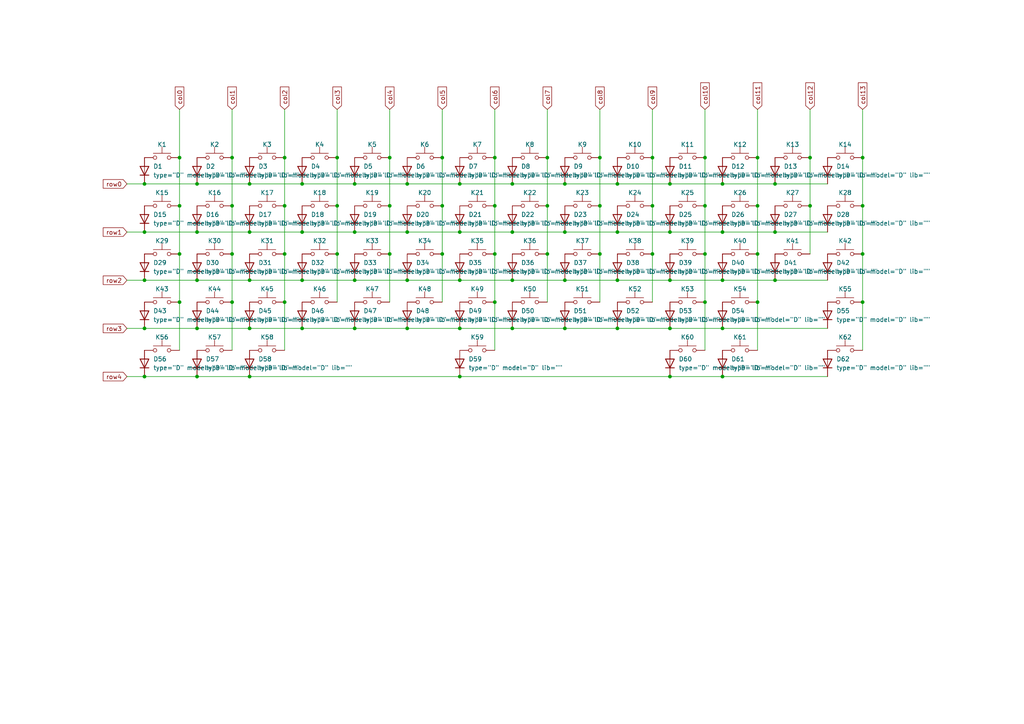
<source format=kicad_sch>
(kicad_sch (version 20211123) (generator eeschema)
  (paper "A4")
  (lib_symbols
    (symbol "Simulation_SPICE:DIODE" (pin_numbers hide) (pin_names (offset 1.016) hide)
      (property "Reference" "D" (at 0 2.54 0))
      (property "Value" "DIODE" (at 0 -2.54 0))
      (symbol "DIODE_0_1"
        (polyline (pts (xy 1.27 0) (xy -1.27 0)))
        (polyline (pts (xy 1.27 1.27) (xy 1.27 -1.27)) (stroke (width 0.254)))
        (polyline (pts (xy -1.27 -1.27) (xy -1.27 1.27) (xy 1.27 0) (xy -1.27 -1.27)) (stroke (width 0.254)))
      )
      (symbol "DIODE_1_1"
        (pin passive line (at -3.81 0 0) (length 2.54) (name "A") (number "1"))
        (pin passive line (at 3.81 0 180) (length 2.54) (name "K") (number "2"))
      )
    )
    (symbol "Switch:SW_Push" (pin_numbers hide) (pin_names (offset 1.016) hide)
      (property "Reference" "SW" (at 1.27 2.54 0))
      (property "Value" "SW_Push" (at 0 -1.524 0))
      (symbol "SW_Push_0_1"
        (circle (center -2.032 0) (radius 0.508))
        (polyline (pts (xy 0 1.27) (xy 0 3.048)))
        (polyline (pts (xy 2.54 1.27) (xy -2.54 1.27)))
        (circle (center 2.032 0) (radius 0.508))
        (pin passive line (at -5.08 0 0) (length 2.54) (name "1") (number "1"))
        (pin passive line (at 5.08 0 180) (length 2.54) (name "2") (number "2"))
      )
    )
  )
  (junction (at 179.07 81.28))
  (junction (at 194.31 95.25))
  (junction (at 52.07 73.66))
  (junction (at 204.47 73.66))
  (junction (at 204.47 87.63))
  (junction (at 41.91 53.34))
  (junction (at 219.71 87.63))
  (junction (at 57.15 109.22))
  (junction (at 158.75 73.66))
  (junction (at 250.19 45.72))
  (junction (at 224.79 81.28))
  (junction (at 41.91 95.25))
  (junction (at 102.87 95.25))
  (junction (at 163.83 67.31))
  (junction (at 194.31 81.28))
  (junction (at 194.31 53.34))
  (junction (at 67.31 45.72))
  (junction (at 82.55 73.66))
  (junction (at 133.35 95.25))
  (junction (at 41.91 81.28))
  (junction (at 113.03 59.69))
  (junction (at 82.55 59.69))
  (junction (at 173.99 73.66))
  (junction (at 87.63 53.34))
  (junction (at 67.31 73.66))
  (junction (at 41.91 109.22))
  (junction (at 189.23 45.72))
  (junction (at 72.39 95.25))
  (junction (at 128.27 73.66))
  (junction (at 97.79 59.69))
  (junction (at 113.03 73.66))
  (junction (at 67.31 59.69))
  (junction (at 163.83 95.25))
  (junction (at 194.31 67.31))
  (junction (at 224.79 53.34))
  (junction (at 148.59 81.28))
  (junction (at 219.71 59.69))
  (junction (at 72.39 109.22))
  (junction (at 52.07 45.72))
  (junction (at 250.19 73.66))
  (junction (at 179.07 53.34))
  (junction (at 163.83 53.34))
  (junction (at 158.75 59.69))
  (junction (at 250.19 59.69))
  (junction (at 179.07 67.31))
  (junction (at 143.51 87.63))
  (junction (at 194.31 109.22))
  (junction (at 52.07 87.63))
  (junction (at 67.31 87.63))
  (junction (at 113.03 45.72))
  (junction (at 102.87 53.34))
  (junction (at 234.95 45.72))
  (junction (at 41.91 67.31))
  (junction (at 173.99 45.72))
  (junction (at 87.63 81.28))
  (junction (at 118.11 81.28))
  (junction (at 82.55 45.72))
  (junction (at 189.23 73.66))
  (junction (at 224.79 67.31))
  (junction (at 102.87 67.31))
  (junction (at 148.59 53.34))
  (junction (at 219.71 45.72))
  (junction (at 250.19 87.63))
  (junction (at 128.27 45.72))
  (junction (at 133.35 81.28))
  (junction (at 97.79 73.66))
  (junction (at 57.15 95.25))
  (junction (at 72.39 67.31))
  (junction (at 87.63 95.25))
  (junction (at 209.55 67.31))
  (junction (at 189.23 59.69))
  (junction (at 209.55 95.25))
  (junction (at 128.27 59.69))
  (junction (at 209.55 109.22))
  (junction (at 72.39 81.28))
  (junction (at 97.79 45.72))
  (junction (at 173.99 59.69))
  (junction (at 209.55 53.34))
  (junction (at 57.15 53.34))
  (junction (at 143.51 73.66))
  (junction (at 72.39 53.34))
  (junction (at 158.75 45.72))
  (junction (at 118.11 53.34))
  (junction (at 102.87 81.28))
  (junction (at 143.51 59.69))
  (junction (at 57.15 67.31))
  (junction (at 52.07 59.69))
  (junction (at 204.47 59.69))
  (junction (at 179.07 95.25))
  (junction (at 82.55 87.63))
  (junction (at 57.15 81.28))
  (junction (at 148.59 67.31))
  (junction (at 163.83 81.28))
  (junction (at 133.35 67.31))
  (junction (at 87.63 67.31))
  (junction (at 118.11 67.31))
  (junction (at 133.35 53.34))
  (junction (at 148.59 95.25))
  (junction (at 234.95 59.69))
  (junction (at 143.51 45.72))
  (junction (at 219.71 73.66))
  (junction (at 118.11 95.25))
  (junction (at 204.47 45.72))
  (junction (at 133.35 109.22))
  (junction (at 209.55 81.28))
  (wire (pts (xy 179.07 81.28) (xy 194.31 81.28)))
  (wire (pts (xy 219.71 59.69) (xy 219.71 73.66)))
  (wire (pts (xy 52.07 87.63) (xy 52.07 101.6)))
  (wire (pts (xy 224.79 81.28) (xy 240.03 81.28)))
  (wire (pts (xy 36.83 53.34) (xy 41.91 53.34)))
  (wire (pts (xy 128.27 45.72) (xy 128.27 59.69)))
  (wire (pts (xy 179.07 67.31) (xy 194.31 67.31)))
  (wire (pts (xy 128.27 31.75) (xy 128.27 45.72)))
  (wire (pts (xy 97.79 45.72) (xy 97.79 59.69)))
  (wire (pts (xy 143.51 73.66) (xy 143.51 87.63)))
  (wire (pts (xy 97.79 73.66) (xy 97.79 87.63)))
  (wire (pts (xy 204.47 87.63) (xy 204.47 101.6)))
  (wire (pts (xy 219.71 31.75) (xy 219.71 45.72)))
  (wire (pts (xy 72.39 95.25) (xy 87.63 95.25)))
  (wire (pts (xy 67.31 87.63) (xy 67.31 101.6)))
  (wire (pts (xy 173.99 31.75) (xy 173.99 45.72)))
  (wire (pts (xy 194.31 109.22) (xy 209.55 109.22)))
  (wire (pts (xy 143.51 59.69) (xy 143.51 73.66)))
  (wire (pts (xy 133.35 81.28) (xy 148.59 81.28)))
  (wire (pts (xy 158.75 73.66) (xy 158.75 87.63)))
  (wire (pts (xy 194.31 67.31) (xy 209.55 67.31)))
  (wire (pts (xy 57.15 95.25) (xy 72.39 95.25)))
  (wire (pts (xy 133.35 53.34) (xy 148.59 53.34)))
  (wire (pts (xy 143.51 31.75) (xy 143.51 45.72)))
  (wire (pts (xy 143.51 87.63) (xy 143.51 101.6)))
  (wire (pts (xy 204.47 45.72) (xy 204.47 59.69)))
  (wire (pts (xy 250.19 73.66) (xy 250.19 87.63)))
  (wire (pts (xy 67.31 31.75) (xy 67.31 45.72)))
  (wire (pts (xy 179.07 53.34) (xy 194.31 53.34)))
  (wire (pts (xy 113.03 59.69) (xy 113.03 73.66)))
  (wire (pts (xy 133.35 67.31) (xy 148.59 67.31)))
  (wire (pts (xy 72.39 109.22) (xy 133.35 109.22)))
  (wire (pts (xy 163.83 67.31) (xy 179.07 67.31)))
  (wire (pts (xy 133.35 109.22) (xy 194.31 109.22)))
  (wire (pts (xy 224.79 67.31) (xy 240.03 67.31)))
  (wire (pts (xy 82.55 87.63) (xy 82.55 101.6)))
  (wire (pts (xy 209.55 81.28) (xy 224.79 81.28)))
  (wire (pts (xy 57.15 53.34) (xy 72.39 53.34)))
  (wire (pts (xy 250.19 59.69) (xy 250.19 73.66)))
  (wire (pts (xy 72.39 53.34) (xy 87.63 53.34)))
  (wire (pts (xy 173.99 45.72) (xy 173.99 59.69)))
  (wire (pts (xy 52.07 59.69) (xy 52.07 73.66)))
  (wire (pts (xy 224.79 53.34) (xy 240.03 53.34)))
  (wire (pts (xy 57.15 109.22) (xy 72.39 109.22)))
  (wire (pts (xy 102.87 81.28) (xy 118.11 81.28)))
  (wire (pts (xy 173.99 59.69) (xy 173.99 73.66)))
  (wire (pts (xy 72.39 67.31) (xy 87.63 67.31)))
  (wire (pts (xy 41.91 109.22) (xy 57.15 109.22)))
  (wire (pts (xy 118.11 81.28) (xy 133.35 81.28)))
  (wire (pts (xy 82.55 73.66) (xy 82.55 87.63)))
  (wire (pts (xy 148.59 67.31) (xy 163.83 67.31)))
  (wire (pts (xy 219.71 45.72) (xy 219.71 59.69)))
  (wire (pts (xy 52.07 31.75) (xy 52.07 45.72)))
  (wire (pts (xy 204.47 73.66) (xy 204.47 87.63)))
  (wire (pts (xy 36.83 67.31) (xy 41.91 67.31)))
  (wire (pts (xy 113.03 73.66) (xy 113.03 87.63)))
  (wire (pts (xy 118.11 95.25) (xy 133.35 95.25)))
  (wire (pts (xy 128.27 59.69) (xy 128.27 73.66)))
  (wire (pts (xy 82.55 59.69) (xy 82.55 73.66)))
  (wire (pts (xy 118.11 67.31) (xy 133.35 67.31)))
  (wire (pts (xy 209.55 67.31) (xy 224.79 67.31)))
  (wire (pts (xy 36.83 81.28) (xy 41.91 81.28)))
  (wire (pts (xy 41.91 67.31) (xy 57.15 67.31)))
  (wire (pts (xy 87.63 53.34) (xy 102.87 53.34)))
  (wire (pts (xy 194.31 81.28) (xy 209.55 81.28)))
  (wire (pts (xy 204.47 31.75) (xy 204.47 45.72)))
  (wire (pts (xy 189.23 73.66) (xy 189.23 87.63)))
  (wire (pts (xy 97.79 59.69) (xy 97.79 73.66)))
  (wire (pts (xy 219.71 73.66) (xy 219.71 87.63)))
  (wire (pts (xy 113.03 31.75) (xy 113.03 45.72)))
  (wire (pts (xy 209.55 95.25) (xy 240.03 95.25)))
  (wire (pts (xy 102.87 67.31) (xy 118.11 67.31)))
  (wire (pts (xy 113.03 45.72) (xy 113.03 59.69)))
  (wire (pts (xy 52.07 45.72) (xy 52.07 59.69)))
  (wire (pts (xy 57.15 81.28) (xy 72.39 81.28)))
  (wire (pts (xy 87.63 95.25) (xy 102.87 95.25)))
  (wire (pts (xy 163.83 95.25) (xy 179.07 95.25)))
  (wire (pts (xy 133.35 95.25) (xy 148.59 95.25)))
  (wire (pts (xy 87.63 81.28) (xy 102.87 81.28)))
  (wire (pts (xy 173.99 73.66) (xy 173.99 87.63)))
  (wire (pts (xy 189.23 31.75) (xy 189.23 45.72)))
  (wire (pts (xy 41.91 95.25) (xy 57.15 95.25)))
  (wire (pts (xy 234.95 59.69) (xy 234.95 73.66)))
  (wire (pts (xy 82.55 45.72) (xy 82.55 59.69)))
  (wire (pts (xy 102.87 95.25) (xy 118.11 95.25)))
  (wire (pts (xy 36.83 95.25) (xy 41.91 95.25)))
  (wire (pts (xy 250.19 45.72) (xy 250.19 59.69)))
  (wire (pts (xy 219.71 87.63) (xy 219.71 101.6)))
  (wire (pts (xy 189.23 59.69) (xy 189.23 73.66)))
  (wire (pts (xy 118.11 53.34) (xy 133.35 53.34)))
  (wire (pts (xy 41.91 53.34) (xy 57.15 53.34)))
  (wire (pts (xy 179.07 95.25) (xy 194.31 95.25)))
  (wire (pts (xy 148.59 95.25) (xy 163.83 95.25)))
  (wire (pts (xy 234.95 31.75) (xy 234.95 45.72)))
  (wire (pts (xy 189.23 45.72) (xy 189.23 59.69)))
  (wire (pts (xy 148.59 53.34) (xy 163.83 53.34)))
  (wire (pts (xy 163.83 81.28) (xy 179.07 81.28)))
  (wire (pts (xy 148.59 81.28) (xy 163.83 81.28)))
  (wire (pts (xy 194.31 95.25) (xy 209.55 95.25)))
  (wire (pts (xy 194.31 53.34) (xy 209.55 53.34)))
  (wire (pts (xy 209.55 53.34) (xy 224.79 53.34)))
  (wire (pts (xy 67.31 45.72) (xy 67.31 59.69)))
  (wire (pts (xy 67.31 59.69) (xy 67.31 73.66)))
  (wire (pts (xy 36.83 109.22) (xy 41.91 109.22)))
  (wire (pts (xy 234.95 45.72) (xy 234.95 59.69)))
  (wire (pts (xy 87.63 67.31) (xy 102.87 67.31)))
  (wire (pts (xy 72.39 81.28) (xy 87.63 81.28)))
  (wire (pts (xy 250.19 87.63) (xy 250.19 101.6)))
  (wire (pts (xy 209.55 109.22) (xy 240.03 109.22)))
  (wire (pts (xy 97.79 31.75) (xy 97.79 45.72)))
  (wire (pts (xy 82.55 31.75) (xy 82.55 45.72)))
  (wire (pts (xy 163.83 53.34) (xy 179.07 53.34)))
  (wire (pts (xy 41.91 81.28) (xy 57.15 81.28)))
  (wire (pts (xy 52.07 73.66) (xy 52.07 87.63)))
  (wire (pts (xy 57.15 67.31) (xy 72.39 67.31)))
  (wire (pts (xy 250.19 31.75) (xy 250.19 45.72)))
  (wire (pts (xy 67.31 73.66) (xy 67.31 87.63)))
  (wire (pts (xy 158.75 45.72) (xy 158.75 59.69)))
  (wire (pts (xy 102.87 53.34) (xy 118.11 53.34)))
  (wire (pts (xy 204.47 59.69) (xy 204.47 73.66)))
  (wire (pts (xy 128.27 73.66) (xy 128.27 87.63)))
  (wire (pts (xy 158.75 59.69) (xy 158.75 73.66)))
  (wire (pts (xy 143.51 45.72) (xy 143.51 59.69)))
  (wire (pts (xy 158.75 31.75) (xy 158.75 45.72)))
  (global_label "row1" (shape input) (at 36.83 67.31 180) (property "Intersheet References" "${INTERSHEET_REFS}" (effects hide)))
  (global_label "col7" (shape input) (at 158.75 31.75 90) (property "Intersheet References" "${INTERSHEET_REFS}" (effects hide)))
  (global_label "row4" (shape input) (at 36.83 109.22 180) (property "Intersheet References" "${INTERSHEET_REFS}" (effects hide)))
  (global_label "col1" (shape input) (at 67.31 31.75 90) (property "Intersheet References" "${INTERSHEET_REFS}" (effects hide)))
  (global_label "col10" (shape input) (at 204.47 31.75 90) (property "Intersheet References" "${INTERSHEET_REFS}" (effects hide)))
  (global_label "col12" (shape input) (at 234.95 31.75 90) (property "Intersheet References" "${INTERSHEET_REFS}" (effects hide)))
  (global_label "row0" (shape input) (at 36.83 53.34 180) (property "Intersheet References" "${INTERSHEET_REFS}" (effects hide)))
  (global_label "col2" (shape input) (at 82.55 31.75 90) (property "Intersheet References" "${INTERSHEET_REFS}" (effects hide)))
  (global_label "row3" (shape input) (at 36.83 95.25 180) (property "Intersheet References" "${INTERSHEET_REFS}" (effects hide)))
  (global_label "col11" (shape input) (at 219.71 31.75 90) (property "Intersheet References" "${INTERSHEET_REFS}" (effects hide)))
  (global_label "col5" (shape input) (at 128.27 31.75 90) (property "Intersheet References" "${INTERSHEET_REFS}" (effects hide)))
  (global_label "col0" (shape input) (at 52.07 31.75 90) (property "Intersheet References" "${INTERSHEET_REFS}" (effects hide)))
  (global_label "col3" (shape input) (at 97.79 31.75 90) (property "Intersheet References" "${INTERSHEET_REFS}" (effects hide)))
  (global_label "col4" (shape input) (at 113.03 31.75 90) (property "Intersheet References" "${INTERSHEET_REFS}" (effects hide)))
  (global_label "col9" (shape input) (at 189.23 31.75 90) (property "Intersheet References" "${INTERSHEET_REFS}" (effects hide)))
  (global_label "col8" (shape input) (at 173.99 31.75 90) (property "Intersheet References" "${INTERSHEET_REFS}" (effects hide)))
  (global_label "col6" (shape input) (at 143.51 31.75 90) (property "Intersheet References" "${INTERSHEET_REFS}" (effects hide)))
  (global_label "row2" (shape input) (at 36.83 81.28 180) (property "Intersheet References" "${INTERSHEET_REFS}" (effects hide)))
  (global_label "col13" (shape input) (at 250.19 31.75 90) (property "Intersheet References" "${INTERSHEET_REFS}" (effects hide)))
  (symbol (lib_id "Switch:SW_Push") (at 245.11 59.69 0) (unit 1)
    (property "Reference" "K28" (at 245.11 55.88 0))
    (property "Value" "BSPC" (effects hide))
    (property "Footprint" "MX_Alps_Hybrid:MX-1.5U" (effects hide))
  )
  (symbol (lib_id "Simulation_SPICE:DIODE") (at 102.87 49.53 270) (unit 1)
    (property "Reference" "D5" (at 105.41 48.2599 90) (effects (justify left)))
    (property "Value" "D" (at 105.41 50.7999 90) (effects (justify left)))
    (property "Footprint" "Diode_SMD:D_SOD-123" (effects hide))
    (property "Spice_Netlist_Enabled" "Y" (effects hide))
    (property "Spice_Primitive" "D" (effects hide))
  )
  (symbol (lib_id "Switch:SW_Push") (at 214.63 59.69 0) (unit 1)
    (property "Reference" "K26" (at 214.63 55.88 0))
    (property "Value" "[{" (effects hide))
    (property "Footprint" "MX_Alps_Hybrid:MX-1U" (effects hide))
  )
  (symbol (lib_id "Simulation_SPICE:DIODE") (at 163.83 91.44 270) (unit 1)
    (property "Reference" "D51" (at 166.37 90.1699 90) (effects (justify left)))
    (property "Value" "D" (at 166.37 92.7099 90) (effects (justify left)))
    (property "Footprint" "Diode_SMD:D_SOD-123" (effects hide))
    (property "Spice_Netlist_Enabled" "Y" (effects hide))
    (property "Spice_Primitive" "D" (effects hide))
  )
  (symbol (lib_id "Switch:SW_Push") (at 62.23 59.69 0) (unit 1)
    (property "Reference" "K16" (at 62.23 55.88 0))
    (property "Value" "Q" (effects hide))
    (property "Footprint" "MX_Alps_Hybrid:MX-1U" (effects hide))
  )
  (symbol (lib_id "Simulation_SPICE:DIODE") (at 57.15 91.44 270) (unit 1)
    (property "Reference" "D44" (at 59.69 90.1699 90) (effects (justify left)))
    (property "Value" "D" (at 59.69 92.7099 90) (effects (justify left)))
    (property "Footprint" "Diode_SMD:D_SOD-123" (effects hide))
    (property "Spice_Netlist_Enabled" "Y" (effects hide))
    (property "Spice_Primitive" "D" (effects hide))
  )
  (symbol (lib_id "Switch:SW_Push") (at 153.67 87.63 0) (unit 1)
    (property "Reference" "K50" (at 153.67 83.82 0))
    (property "Value" "M" (effects hide))
    (property "Footprint" "MX_Alps_Hybrid:MX-1U" (effects hide))
  )
  (symbol (lib_id "Switch:SW_Push") (at 92.71 59.69 0) (unit 1)
    (property "Reference" "K18" (at 92.71 55.88 0))
    (property "Value" "E" (effects hide))
    (property "Footprint" "MX_Alps_Hybrid:MX-1U" (effects hide))
  )
  (symbol (lib_id "Simulation_SPICE:DIODE") (at 57.15 63.5 270) (unit 1)
    (property "Reference" "D16" (at 59.69 62.2299 90) (effects (justify left)))
    (property "Value" "D" (at 59.69 64.7699 90) (effects (justify left)))
    (property "Footprint" "Diode_SMD:D_SOD-123" (effects hide))
    (property "Spice_Netlist_Enabled" "Y" (effects hide))
    (property "Spice_Primitive" "D" (effects hide))
  )
  (symbol (lib_id "Switch:SW_Push") (at 92.71 87.63 0) (unit 1)
    (property "Reference" "K46" (at 92.71 83.82 0))
    (property "Value" "C" (effects hide))
    (property "Footprint" "MX_Alps_Hybrid:MX-1U" (effects hide))
  )
  (symbol (lib_id "Switch:SW_Push") (at 46.99 59.69 0) (unit 1)
    (property "Reference" "K15" (at 46.99 55.88 0))
    (property "Value" "TAB" (effects hide))
    (property "Footprint" "MX_Alps_Hybrid:MX-1.5U" (effects hide))
  )
  (symbol (lib_id "Simulation_SPICE:DIODE") (at 87.63 77.47 270) (unit 1)
    (property "Reference" "D32" (at 90.17 76.1999 90) (effects (justify left)))
    (property "Value" "D" (at 90.17 78.7399 90) (effects (justify left)))
    (property "Footprint" "Diode_SMD:D_SOD-123" (effects hide))
    (property "Spice_Netlist_Enabled" "Y" (effects hide))
    (property "Spice_Primitive" "D" (effects hide))
  )
  (symbol (lib_id "Simulation_SPICE:DIODE") (at 57.15 49.53 270) (unit 1)
    (property "Reference" "D2" (at 59.69 48.2599 90) (effects (justify left)))
    (property "Value" "D" (at 59.69 50.7999 90) (effects (justify left)))
    (property "Footprint" "Diode_SMD:D_SOD-123" (effects hide))
    (property "Spice_Netlist_Enabled" "Y" (effects hide))
    (property "Spice_Primitive" "D" (effects hide))
  )
  (symbol (lib_id "Switch:SW_Push") (at 168.91 45.72 0) (unit 1)
    (property "Reference" "K9" (at 168.91 41.91 0))
    (property "Value" "#8" (effects hide))
    (property "Footprint" "MX_Alps_Hybrid:MX-1U" (effects hide))
  )
  (symbol (lib_id "Simulation_SPICE:DIODE") (at 179.07 91.44 270) (unit 1)
    (property "Reference" "D52" (at 181.61 90.1699 90) (effects (justify left)))
    (property "Value" "D" (at 181.61 92.7099 90) (effects (justify left)))
    (property "Footprint" "Diode_SMD:D_SOD-123" (effects hide))
    (property "Spice_Netlist_Enabled" "Y" (effects hide))
    (property "Spice_Primitive" "D" (effects hide))
  )
  (symbol (lib_id "Simulation_SPICE:DIODE") (at 209.55 63.5 270) (unit 1)
    (property "Reference" "D26" (at 212.09 62.2299 90) (effects (justify left)))
    (property "Value" "D" (at 212.09 64.7699 90) (effects (justify left)))
    (property "Footprint" "Diode_SMD:D_SOD-123" (effects hide))
    (property "Spice_Netlist_Enabled" "Y" (effects hide))
    (property "Spice_Primitive" "D" (effects hide))
  )
  (symbol (lib_id "Simulation_SPICE:DIODE") (at 87.63 63.5 270) (unit 1)
    (property "Reference" "D18" (at 90.17 62.2299 90) (effects (justify left)))
    (property "Value" "D" (at 90.17 64.7699 90) (effects (justify left)))
    (property "Footprint" "Diode_SMD:D_SOD-123" (effects hide))
    (property "Spice_Netlist_Enabled" "Y" (effects hide))
    (property "Spice_Primitive" "D" (effects hide))
  )
  (symbol (lib_id "Switch:SW_Push") (at 46.99 73.66 0) (unit 1)
    (property "Reference" "K29" (at 46.99 69.85 0))
    (property "Value" "CPLK" (effects hide))
    (property "Footprint" "MX_Alps_Hybrid:MX-1.75U" (effects hide))
  )
  (symbol (lib_id "Simulation_SPICE:DIODE") (at 87.63 91.44 270) (unit 1)
    (property "Reference" "D46" (at 90.17 90.1699 90) (effects (justify left)))
    (property "Value" "D" (at 90.17 92.7099 90) (effects (justify left)))
    (property "Footprint" "Diode_SMD:D_SOD-123" (effects hide))
    (property "Spice_Netlist_Enabled" "Y" (effects hide))
    (property "Spice_Primitive" "D" (effects hide))
  )
  (symbol (lib_id "Simulation_SPICE:DIODE") (at 224.79 49.53 270) (unit 1)
    (property "Reference" "D13" (at 227.33 48.2599 90) (effects (justify left)))
    (property "Value" "D" (at 227.33 50.7999 90) (effects (justify left)))
    (property "Footprint" "Diode_SMD:D_SOD-123" (effects hide))
    (property "Spice_Netlist_Enabled" "Y" (effects hide))
    (property "Spice_Primitive" "D" (effects hide))
  )
  (symbol (lib_id "Simulation_SPICE:DIODE") (at 102.87 91.44 270) (unit 1)
    (property "Reference" "D47" (at 105.41 90.1699 90) (effects (justify left)))
    (property "Value" "D" (at 105.41 92.7099 90) (effects (justify left)))
    (property "Footprint" "Diode_SMD:D_SOD-123" (effects hide))
    (property "Spice_Netlist_Enabled" "Y" (effects hide))
    (property "Spice_Primitive" "D" (effects hide))
  )
  (symbol (lib_id "Switch:SW_Push") (at 199.39 45.72 0) (unit 1)
    (property "Reference" "K11" (at 199.39 41.91 0))
    (property "Value" "#0" (effects hide))
    (property "Footprint" "MX_Alps_Hybrid:MX-1U" (effects hide))
  )
  (symbol (lib_id "Switch:SW_Push") (at 184.15 87.63 0) (unit 1)
    (property "Reference" "K52" (at 184.15 83.82 0))
    (property "Value" ".>" (effects hide))
    (property "Footprint" "MX_Alps_Hybrid:MX-1U" (effects hide))
  )
  (symbol (lib_id "Simulation_SPICE:DIODE") (at 41.91 49.53 270) (unit 1)
    (property "Reference" "D1" (at 44.45 48.2599 90) (effects (justify left)))
    (property "Value" "D" (at 44.45 50.7999 90) (effects (justify left)))
    (property "Footprint" "Diode_SMD:D_SOD-123" (effects hide))
    (property "Spice_Netlist_Enabled" "Y" (effects hide))
    (property "Spice_Primitive" "D" (effects hide))
  )
  (symbol (lib_id "Switch:SW_Push") (at 62.23 87.63 0) (unit 1)
    (property "Reference" "K44" (at 62.23 83.82 0))
    (property "Value" "Z" (effects hide))
    (property "Footprint" "MX_Alps_Hybrid:MX-1U" (effects hide))
  )
  (symbol (lib_id "Simulation_SPICE:DIODE") (at 41.91 105.41 270) (unit 1)
    (property "Reference" "D56" (at 44.45 104.1399 90) (effects (justify left)))
    (property "Value" "D" (at 44.45 106.6799 90) (effects (justify left)))
    (property "Footprint" "Diode_SMD:D_SOD-123" (effects hide))
    (property "Spice_Netlist_Enabled" "Y" (effects hide))
    (property "Spice_Primitive" "D" (effects hide))
  )
  (symbol (lib_id "Switch:SW_Push") (at 123.19 73.66 0) (unit 1)
    (property "Reference" "K34" (at 123.19 69.85 0))
    (property "Value" "G" (effects hide))
    (property "Footprint" "MX_Alps_Hybrid:MX-1U" (effects hide))
  )
  (symbol (lib_id "Switch:SW_Push") (at 153.67 45.72 0) (unit 1)
    (property "Reference" "K8" (at 153.67 41.91 0))
    (property "Value" "#7" (effects hide))
    (property "Footprint" "MX_Alps_Hybrid:MX-1U" (effects hide))
  )
  (symbol (lib_id "Switch:SW_Push") (at 199.39 73.66 0) (unit 1)
    (property "Reference" "K39" (at 199.39 69.85 0))
    (property "Value" ";:" (effects hide))
    (property "Footprint" "MX_Alps_Hybrid:MX-1U" (effects hide))
  )
  (symbol (lib_id "Simulation_SPICE:DIODE") (at 240.03 49.53 270) (unit 1)
    (property "Reference" "D14" (at 242.57 48.2599 90) (effects (justify left)))
    (property "Value" "D" (at 242.57 50.7999 90) (effects (justify left)))
    (property "Footprint" "Diode_SMD:D_SOD-123" (effects hide))
    (property "Spice_Netlist_Enabled" "Y" (effects hide))
    (property "Spice_Primitive" "D" (effects hide))
  )
  (symbol (lib_id "Simulation_SPICE:DIODE") (at 209.55 77.47 270) (unit 1)
    (property "Reference" "D40" (at 212.09 76.1999 90) (effects (justify left)))
    (property "Value" "D" (at 212.09 78.7399 90) (effects (justify left)))
    (property "Footprint" "Diode_SMD:D_SOD-123" (effects hide))
    (property "Spice_Netlist_Enabled" "Y" (effects hide))
    (property "Spice_Primitive" "D" (effects hide))
  )
  (symbol (lib_id "Simulation_SPICE:DIODE") (at 57.15 77.47 270) (unit 1)
    (property "Reference" "D30" (at 59.69 76.1999 90) (effects (justify left)))
    (property "Value" "D" (at 59.69 78.7399 90) (effects (justify left)))
    (property "Footprint" "Diode_SMD:D_SOD-123" (effects hide))
    (property "Spice_Netlist_Enabled" "Y" (effects hide))
    (property "Spice_Primitive" "D" (effects hide))
  )
  (symbol (lib_id "Simulation_SPICE:DIODE") (at 163.83 63.5 270) (unit 1)
    (property "Reference" "D23" (at 166.37 62.2299 90) (effects (justify left)))
    (property "Value" "D" (at 166.37 64.7699 90) (effects (justify left)))
    (property "Footprint" "Diode_SMD:D_SOD-123" (effects hide))
    (property "Spice_Netlist_Enabled" "Y" (effects hide))
    (property "Spice_Primitive" "D" (effects hide))
  )
  (symbol (lib_id "Simulation_SPICE:DIODE") (at 224.79 77.47 270) (unit 1)
    (property "Reference" "D41" (at 227.33 76.1999 90) (effects (justify left)))
    (property "Value" "D" (at 227.33 78.7399 90) (effects (justify left)))
    (property "Footprint" "Diode_SMD:D_SOD-123" (effects hide))
    (property "Spice_Netlist_Enabled" "Y" (effects hide))
    (property "Spice_Primitive" "D" (effects hide))
  )
  (symbol (lib_id "Switch:SW_Push") (at 229.87 59.69 0) (unit 1)
    (property "Reference" "K27" (at 229.87 55.88 0))
    (property "Value" "]}" (effects hide))
    (property "Footprint" "MX_Alps_Hybrid:MX-1U" (effects hide))
  )
  (symbol (lib_id "Simulation_SPICE:DIODE") (at 194.31 63.5 270) (unit 1)
    (property "Reference" "D25" (at 196.85 62.2299 90) (effects (justify left)))
    (property "Value" "D" (at 196.85 64.7699 90) (effects (justify left)))
    (property "Footprint" "Diode_SMD:D_SOD-123" (effects hide))
    (property "Spice_Netlist_Enabled" "Y" (effects hide))
    (property "Spice_Primitive" "D" (effects hide))
  )
  (symbol (lib_id "Simulation_SPICE:DIODE") (at 148.59 77.47 270) (unit 1)
    (property "Reference" "D36" (at 151.13 76.1999 90) (effects (justify left)))
    (property "Value" "D" (at 151.13 78.7399 90) (effects (justify left)))
    (property "Footprint" "Diode_SMD:D_SOD-123" (effects hide))
    (property "Spice_Netlist_Enabled" "Y" (effects hide))
    (property "Spice_Primitive" "D" (effects hide))
  )
  (symbol (lib_id "Simulation_SPICE:DIODE") (at 133.35 49.53 270) (unit 1)
    (property "Reference" "D7" (at 135.89 48.2599 90) (effects (justify left)))
    (property "Value" "D" (at 135.89 50.7999 90) (effects (justify left)))
    (property "Footprint" "Diode_SMD:D_SOD-123" (effects hide))
    (property "Spice_Netlist_Enabled" "Y" (effects hide))
    (property "Spice_Primitive" "D" (effects hide))
  )
  (symbol (lib_id "Simulation_SPICE:DIODE") (at 118.11 77.47 270) (unit 1)
    (property "Reference" "D34" (at 120.65 76.1999 90) (effects (justify left)))
    (property "Value" "D" (at 120.65 78.7399 90) (effects (justify left)))
    (property "Footprint" "Diode_SMD:D_SOD-123" (effects hide))
    (property "Spice_Netlist_Enabled" "Y" (effects hide))
    (property "Spice_Primitive" "D" (effects hide))
  )
  (symbol (lib_id "Switch:SW_Push") (at 138.43 45.72 0) (unit 1)
    (property "Reference" "K7" (at 138.43 41.91 0))
    (property "Value" "#6" (effects hide))
    (property "Footprint" "MX_Alps_Hybrid:MX-1U" (effects hide))
  )
  (symbol (lib_id "Switch:SW_Push") (at 62.23 73.66 0) (unit 1)
    (property "Reference" "K30" (at 62.23 69.85 0))
    (property "Value" "A" (effects hide))
    (property "Footprint" "MX_Alps_Hybrid:MX-1U" (effects hide))
  )
  (symbol (lib_id "Switch:SW_Push") (at 46.99 87.63 0) (unit 1)
    (property "Reference" "K43" (at 46.99 83.82 0))
    (property "Value" "LSHIFT" (effects hide))
    (property "Footprint" "MX_Alps_Hybrid:MX-2.25U" (effects hide))
  )
  (symbol (lib_id "Simulation_SPICE:DIODE") (at 163.83 77.47 270) (unit 1)
    (property "Reference" "D37" (at 166.37 76.1999 90) (effects (justify left)))
    (property "Value" "D" (at 166.37 78.7399 90) (effects (justify left)))
    (property "Footprint" "Diode_SMD:D_SOD-123" (effects hide))
    (property "Spice_Netlist_Enabled" "Y" (effects hide))
    (property "Spice_Primitive" "D" (effects hide))
  )
  (symbol (lib_id "Switch:SW_Push") (at 229.87 73.66 0) (unit 1)
    (property "Reference" "K41" (at 229.87 69.85 0))
    (property "Value" "\\|" (effects hide))
    (property "Footprint" "MX_Alps_Hybrid:MX-1U" (effects hide))
  )
  (symbol (lib_id "Switch:SW_Push") (at 107.95 59.69 0) (unit 1)
    (property "Reference" "K19" (at 107.95 55.88 0))
    (property "Value" "R" (effects hide))
    (property "Footprint" "MX_Alps_Hybrid:MX-1U" (effects hide))
  )
  (symbol (lib_id "Switch:SW_Push") (at 46.99 101.6 0) (unit 1)
    (property "Reference" "K56" (at 46.99 97.79 0))
    (property "Value" "LCTRL" (effects hide))
    (property "Footprint" "MX_Alps_Hybrid:MX-1.5U" (effects hide))
  )
  (symbol (lib_id "Switch:SW_Push") (at 214.63 73.66 0) (unit 1)
    (property "Reference" "K40" (at 214.63 69.85 0))
    (property "Value" "'\"" (effects hide))
    (property "Footprint" "MX_Alps_Hybrid:MX-1U" (effects hide))
  )
  (symbol (lib_id "Switch:SW_Push") (at 245.11 87.63 0) (unit 1)
    (property "Reference" "K55" (at 245.11 83.82 0))
    (property "Value" "FN1" (effects hide))
    (property "Footprint" "MX_Alps_Hybrid:MX-1U" (effects hide))
  )
  (symbol (lib_id "Switch:SW_Push") (at 77.47 59.69 0) (unit 1)
    (property "Reference" "K17" (at 77.47 55.88 0))
    (property "Value" "W" (effects hide))
    (property "Footprint" "MX_Alps_Hybrid:MX-1U" (effects hide))
  )
  (symbol (lib_id "Simulation_SPICE:DIODE") (at 133.35 105.41 270) (unit 1)
    (property "Reference" "D59" (at 135.89 104.1399 90) (effects (justify left)))
    (property "Value" "D" (at 135.89 106.6799 90) (effects (justify left)))
    (property "Footprint" "Diode_SMD:D_SOD-123" (effects hide))
    (property "Spice_Netlist_Enabled" "Y" (effects hide))
    (property "Spice_Primitive" "D" (effects hide))
  )
  (symbol (lib_id "Simulation_SPICE:DIODE") (at 72.39 105.41 270) (unit 1)
    (property "Reference" "D58" (at 74.93 104.1399 90) (effects (justify left)))
    (property "Value" "D" (at 74.93 106.6799 90) (effects (justify left)))
    (property "Footprint" "Diode_SMD:D_SOD-123" (effects hide))
    (property "Spice_Netlist_Enabled" "Y" (effects hide))
    (property "Spice_Primitive" "D" (effects hide))
  )
  (symbol (lib_id "Simulation_SPICE:DIODE") (at 102.87 77.47 270) (unit 1)
    (property "Reference" "D33" (at 105.41 76.1999 90) (effects (justify left)))
    (property "Value" "D" (at 105.41 78.7399 90) (effects (justify left)))
    (property "Footprint" "Diode_SMD:D_SOD-123" (effects hide))
    (property "Spice_Netlist_Enabled" "Y" (effects hide))
    (property "Spice_Primitive" "D" (effects hide))
  )
  (symbol (lib_id "Switch:SW_Push") (at 62.23 101.6 0) (unit 1)
    (property "Reference" "K57" (at 62.23 97.79 0))
    (property "Value" "LWIN" (effects hide))
    (property "Footprint" "MX_Alps_Hybrid:MX-1U" (effects hide))
  )
  (symbol (lib_id "Switch:SW_Push") (at 168.91 87.63 0) (unit 1)
    (property "Reference" "K51" (at 168.91 83.82 0))
    (property "Value" ",<" (effects hide))
    (property "Footprint" "MX_Alps_Hybrid:MX-1U" (effects hide))
  )
  (symbol (lib_id "Switch:SW_Push") (at 199.39 59.69 0) (unit 1)
    (property "Reference" "K25" (at 199.39 55.88 0))
    (property "Value" "P" (effects hide))
    (property "Footprint" "MX_Alps_Hybrid:MX-1U" (effects hide))
  )
  (symbol (lib_id "Switch:SW_Push") (at 199.39 87.63 0) (unit 1)
    (property "Reference" "K53" (at 199.39 83.82 0))
    (property "Value" "/?" (effects hide))
    (property "Footprint" "MX_Alps_Hybrid:MX-1U" (effects hide))
  )
  (symbol (lib_id "Simulation_SPICE:DIODE") (at 148.59 49.53 270) (unit 1)
    (property "Reference" "D8" (at 151.13 48.2599 90) (effects (justify left)))
    (property "Value" "D" (at 151.13 50.7999 90) (effects (justify left)))
    (property "Footprint" "Diode_SMD:D_SOD-123" (effects hide))
    (property "Spice_Netlist_Enabled" "Y" (effects hide))
    (property "Spice_Primitive" "D" (effects hide))
  )
  (symbol (lib_id "Switch:SW_Push") (at 123.19 45.72 0) (unit 1)
    (property "Reference" "K6" (at 123.19 41.91 0))
    (property "Value" "#5" (effects hide))
    (property "Footprint" "MX_Alps_Hybrid:MX-1U" (effects hide))
  )
  (symbol (lib_id "Switch:SW_Push") (at 123.19 87.63 0) (unit 1)
    (property "Reference" "K48" (at 123.19 83.82 0))
    (property "Value" "B" (effects hide))
    (property "Footprint" "MX_Alps_Hybrid:MX-1U" (effects hide))
  )
  (symbol (lib_id "Simulation_SPICE:DIODE") (at 240.03 91.44 270) (unit 1)
    (property "Reference" "D55" (at 242.57 90.1699 90) (effects (justify left)))
    (property "Value" "D" (at 242.57 92.7099 90) (effects (justify left)))
    (property "Footprint" "Diode_SMD:D_SOD-123" (effects hide))
    (property "Spice_Netlist_Enabled" "Y" (effects hide))
    (property "Spice_Primitive" "D" (effects hide))
  )
  (symbol (lib_id "Simulation_SPICE:DIODE") (at 87.63 49.53 270) (unit 1)
    (property "Reference" "D4" (at 90.17 48.2599 90) (effects (justify left)))
    (property "Value" "D" (at 90.17 50.7999 90) (effects (justify left)))
    (property "Footprint" "Diode_SMD:D_SOD-123" (effects hide))
    (property "Spice_Netlist_Enabled" "Y" (effects hide))
    (property "Spice_Primitive" "D" (effects hide))
  )
  (symbol (lib_id "Simulation_SPICE:DIODE") (at 72.39 63.5 270) (unit 1)
    (property "Reference" "D17" (at 74.93 62.2299 90) (effects (justify left)))
    (property "Value" "D" (at 74.93 64.7699 90) (effects (justify left)))
    (property "Footprint" "Diode_SMD:D_SOD-123" (effects hide))
    (property "Spice_Netlist_Enabled" "Y" (effects hide))
    (property "Spice_Primitive" "D" (effects hide))
  )
  (symbol (lib_id "Simulation_SPICE:DIODE") (at 57.15 105.41 270) (unit 1)
    (property "Reference" "D57" (at 59.69 104.1399 90) (effects (justify left)))
    (property "Value" "D" (at 59.69 106.6799 90) (effects (justify left)))
    (property "Footprint" "Diode_SMD:D_SOD-123" (effects hide))
    (property "Spice_Netlist_Enabled" "Y" (effects hide))
    (property "Spice_Primitive" "D" (effects hide))
  )
  (symbol (lib_id "Simulation_SPICE:DIODE") (at 72.39 49.53 270) (unit 1)
    (property "Reference" "D3" (at 74.93 48.2599 90) (effects (justify left)))
    (property "Value" "D" (at 74.93 50.7999 90) (effects (justify left)))
    (property "Footprint" "Diode_SMD:D_SOD-123" (effects hide))
    (property "Spice_Netlist_Enabled" "Y" (effects hide))
    (property "Spice_Primitive" "D" (effects hide))
  )
  (symbol (lib_id "Switch:SW_Push") (at 184.15 59.69 0) (unit 1)
    (property "Reference" "K24" (at 184.15 55.88 0))
    (property "Value" "O" (effects hide))
    (property "Footprint" "MX_Alps_Hybrid:MX-1U" (effects hide))
  )
  (symbol (lib_id "Switch:SW_Push") (at 199.39 101.6 0) (unit 1)
    (property "Reference" "K60" (at 199.39 97.79 0))
    (property "Value" "RALT" (effects hide))
    (property "Footprint" "MX_Alps_Hybrid:MX-1.5U" (effects hide))
  )
  (symbol (lib_id "Switch:SW_Push") (at 138.43 101.6 0) (unit 1)
    (property "Reference" "K59" (at 138.43 97.79 0))
    (property "Value" "SPACE" (effects hide))
    (property "Footprint" "MX_Alps_Hybrid:MX-7U" (effects hide))
  )
  (symbol (lib_id "Simulation_SPICE:DIODE") (at 133.35 63.5 270) (unit 1)
    (property "Reference" "D21" (at 135.89 62.2299 90) (effects (justify left)))
    (property "Value" "D" (at 135.89 64.7699 90) (effects (justify left)))
    (property "Footprint" "Diode_SMD:D_SOD-123" (effects hide))
    (property "Spice_Netlist_Enabled" "Y" (effects hide))
    (property "Spice_Primitive" "D" (effects hide))
  )
  (symbol (lib_id "Switch:SW_Push") (at 138.43 87.63 0) (unit 1)
    (property "Reference" "K49" (at 138.43 83.82 0))
    (property "Value" "N" (effects hide))
    (property "Footprint" "MX_Alps_Hybrid:MX-1U" (effects hide))
  )
  (symbol (lib_id "Switch:SW_Push") (at 107.95 45.72 0) (unit 1)
    (property "Reference" "K5" (at 107.95 41.91 0))
    (property "Value" "#4" (effects hide))
    (property "Footprint" "MX_Alps_Hybrid:MX-1U" (effects hide))
  )
  (symbol (lib_id "Simulation_SPICE:DIODE") (at 148.59 63.5 270) (unit 1)
    (property "Reference" "D22" (at 151.13 62.2299 90) (effects (justify left)))
    (property "Value" "D" (at 151.13 64.7699 90) (effects (justify left)))
    (property "Footprint" "Diode_SMD:D_SOD-123" (effects hide))
    (property "Spice_Netlist_Enabled" "Y" (effects hide))
    (property "Spice_Primitive" "D" (effects hide))
  )
  (symbol (lib_id "Simulation_SPICE:DIODE") (at 194.31 91.44 270) (unit 1)
    (property "Reference" "D53" (at 196.85 90.1699 90) (effects (justify left)))
    (property "Value" "D" (at 196.85 92.7099 90) (effects (justify left)))
    (property "Footprint" "Diode_SMD:D_SOD-123" (effects hide))
    (property "Spice_Netlist_Enabled" "Y" (effects hide))
    (property "Spice_Primitive" "D" (effects hide))
  )
  (symbol (lib_id "Switch:SW_Push") (at 92.71 73.66 0) (unit 1)
    (property "Reference" "K32" (at 92.71 69.85 0))
    (property "Value" "D" (effects hide))
    (property "Footprint" "MX_Alps_Hybrid:MX-1U" (effects hide))
  )
  (symbol (lib_id "Simulation_SPICE:DIODE") (at 118.11 63.5 270) (unit 1)
    (property "Reference" "D20" (at 120.65 62.2299 90) (effects (justify left)))
    (property "Value" "D" (at 120.65 64.7699 90) (effects (justify left)))
    (property "Footprint" "Diode_SMD:D_SOD-123" (effects hide))
    (property "Spice_Netlist_Enabled" "Y" (effects hide))
    (property "Spice_Primitive" "D" (effects hide))
  )
  (symbol (lib_id "Simulation_SPICE:DIODE") (at 41.91 91.44 270) (unit 1)
    (property "Reference" "D43" (at 44.45 90.1699 90) (effects (justify left)))
    (property "Value" "D" (at 44.45 92.7099 90) (effects (justify left)))
    (property "Footprint" "Diode_SMD:D_SOD-123" (effects hide))
    (property "Spice_Netlist_Enabled" "Y" (effects hide))
    (property "Spice_Primitive" "D" (effects hide))
  )
  (symbol (lib_id "Switch:SW_Push") (at 77.47 87.63 0) (unit 1)
    (property "Reference" "K45" (at 77.47 83.82 0))
    (property "Value" "X" (effects hide))
    (property "Footprint" "MX_Alps_Hybrid:MX-1U" (effects hide))
  )
  (symbol (lib_id "Switch:SW_Push") (at 138.43 73.66 0) (unit 1)
    (property "Reference" "K35" (at 138.43 69.85 0))
    (property "Value" "H" (effects hide))
    (property "Footprint" "MX_Alps_Hybrid:MX-1U" (effects hide))
  )
  (symbol (lib_id "Switch:SW_Push") (at 214.63 87.63 0) (unit 1)
    (property "Reference" "K54" (at 214.63 83.82 0))
    (property "Value" "RSHIFT" (effects hide))
    (property "Footprint" "MX_Alps_Hybrid:MX-1.75U" (effects hide))
  )
  (symbol (lib_id "Simulation_SPICE:DIODE") (at 41.91 63.5 270) (unit 1)
    (property "Reference" "D15" (at 44.45 62.2299 90) (effects (justify left)))
    (property "Value" "D" (at 44.45 64.7699 90) (effects (justify left)))
    (property "Footprint" "Diode_SMD:D_SOD-123" (effects hide))
    (property "Spice_Netlist_Enabled" "Y" (effects hide))
    (property "Spice_Primitive" "D" (effects hide))
  )
  (symbol (lib_id "Switch:SW_Push") (at 62.23 45.72 0) (unit 1)
    (property "Reference" "K2" (at 62.23 41.91 0))
    (property "Value" "#1" (effects hide))
    (property "Footprint" "MX_Alps_Hybrid:MX-1U" (effects hide))
  )
  (symbol (lib_id "Switch:SW_Push") (at 184.15 45.72 0) (unit 1)
    (property "Reference" "K10" (at 184.15 41.91 0))
    (property "Value" "#9" (effects hide))
    (property "Footprint" "MX_Alps_Hybrid:MX-1U" (effects hide))
  )
  (symbol (lib_id "Switch:SW_Push") (at 138.43 59.69 0) (unit 1)
    (property "Reference" "K21" (at 138.43 55.88 0))
    (property "Value" "Y" (effects hide))
    (property "Footprint" "MX_Alps_Hybrid:MX-1U" (effects hide))
  )
  (symbol (lib_id "Switch:SW_Push") (at 107.95 87.63 0) (unit 1)
    (property "Reference" "K47" (at 107.95 83.82 0))
    (property "Value" "V" (effects hide))
    (property "Footprint" "MX_Alps_Hybrid:MX-1U" (effects hide))
  )
  (symbol (lib_id "Simulation_SPICE:DIODE") (at 240.03 105.41 270) (unit 1)
    (property "Reference" "D62" (at 242.57 104.1399 90) (effects (justify left)))
    (property "Value" "D" (at 242.57 106.6799 90) (effects (justify left)))
    (property "Footprint" "Diode_SMD:D_SOD-123" (effects hide))
    (property "Spice_Netlist_Enabled" "Y" (effects hide))
    (property "Spice_Primitive" "D" (effects hide))
  )
  (symbol (lib_id "Switch:SW_Push") (at 123.19 59.69 0) (unit 1)
    (property "Reference" "K20" (at 123.19 55.88 0))
    (property "Value" "T" (effects hide))
    (property "Footprint" "MX_Alps_Hybrid:MX-1U" (effects hide))
  )
  (symbol (lib_id "Switch:SW_Push") (at 245.11 101.6 0) (unit 1)
    (property "Reference" "K62" (at 245.11 97.79 0))
    (property "Value" "RCTRL" (effects hide))
    (property "Footprint" "MX_Alps_Hybrid:MX-1.5U" (effects hide))
  )
  (symbol (lib_id "Simulation_SPICE:DIODE") (at 72.39 91.44 270) (unit 1)
    (property "Reference" "D45" (at 74.93 90.1699 90) (effects (justify left)))
    (property "Value" "D" (at 74.93 92.7099 90) (effects (justify left)))
    (property "Footprint" "Diode_SMD:D_SOD-123" (effects hide))
    (property "Spice_Netlist_Enabled" "Y" (effects hide))
    (property "Spice_Primitive" "D" (effects hide))
  )
  (symbol (lib_id "Switch:SW_Push") (at 153.67 59.69 0) (unit 1)
    (property "Reference" "K22" (at 153.67 55.88 0))
    (property "Value" "U" (effects hide))
    (property "Footprint" "MX_Alps_Hybrid:MX-1U" (effects hide))
  )
  (symbol (lib_id "Switch:SW_Push") (at 77.47 101.6 0) (unit 1)
    (property "Reference" "K58" (at 77.47 97.79 0))
    (property "Value" "LALT" (effects hide))
    (property "Footprint" "MX_Alps_Hybrid:MX-1.5U" (effects hide))
  )
  (symbol (lib_id "Switch:SW_Push") (at 46.99 45.72 0) (unit 1)
    (property "Reference" "K1" (at 46.99 41.91 0))
    (property "Value" "ESC" (effects hide))
    (property "Footprint" "MX_Alps_Hybrid:MX-1U" (effects hide))
  )
  (symbol (lib_id "Simulation_SPICE:DIODE") (at 148.59 91.44 270) (unit 1)
    (property "Reference" "D50" (at 151.13 90.1699 90) (effects (justify left)))
    (property "Value" "D" (at 151.13 92.7099 90) (effects (justify left)))
    (property "Footprint" "Diode_SMD:D_SOD-123" (effects hide))
    (property "Spice_Netlist_Enabled" "Y" (effects hide))
    (property "Spice_Primitive" "D" (effects hide))
  )
  (symbol (lib_id "Simulation_SPICE:DIODE") (at 194.31 105.41 270) (unit 1)
    (property "Reference" "D60" (at 196.85 104.1399 90) (effects (justify left)))
    (property "Value" "D" (at 196.85 106.6799 90) (effects (justify left)))
    (property "Footprint" "Diode_SMD:D_SOD-123" (effects hide))
    (property "Spice_Netlist_Enabled" "Y" (effects hide))
    (property "Spice_Primitive" "D" (effects hide))
  )
  (symbol (lib_id "Switch:SW_Push") (at 214.63 45.72 0) (unit 1)
    (property "Reference" "K12" (at 214.63 41.91 0))
    (property "Value" "-_" (effects hide))
    (property "Footprint" "MX_Alps_Hybrid:MX-1U" (effects hide))
  )
  (symbol (lib_id "Switch:SW_Push") (at 92.71 45.72 0) (unit 1)
    (property "Reference" "K4" (at 92.71 41.91 0))
    (property "Value" "#3" (effects hide))
    (property "Footprint" "MX_Alps_Hybrid:MX-1U" (effects hide))
  )
  (symbol (lib_id "Switch:SW_Push") (at 107.95 73.66 0) (unit 1)
    (property "Reference" "K33" (at 107.95 69.85 0))
    (property "Value" "F" (effects hide))
    (property "Footprint" "MX_Alps_Hybrid:MX-1U" (effects hide))
  )
  (symbol (lib_id "Switch:SW_Push") (at 245.11 45.72 0) (unit 1)
    (property "Reference" "K14" (at 245.11 41.91 0))
    (property "Value" "\\|" (effects hide))
    (property "Footprint" "MX_Alps_Hybrid:MX-1U" (effects hide))
  )
  (symbol (lib_id "Switch:SW_Push") (at 77.47 73.66 0) (unit 1)
    (property "Reference" "K31" (at 77.47 69.85 0))
    (property "Value" "S" (effects hide))
    (property "Footprint" "MX_Alps_Hybrid:MX-1U" (effects hide))
  )
  (symbol (lib_id "Simulation_SPICE:DIODE") (at 163.83 49.53 270) (unit 1)
    (property "Reference" "D9" (at 166.37 48.2599 90) (effects (justify left)))
    (property "Value" "D" (at 166.37 50.7999 90) (effects (justify left)))
    (property "Footprint" "Diode_SMD:D_SOD-123" (effects hide))
    (property "Spice_Netlist_Enabled" "Y" (effects hide))
    (property "Spice_Primitive" "D" (effects hide))
  )
  (symbol (lib_id "Simulation_SPICE:DIODE") (at 179.07 77.47 270) (unit 1)
    (property "Reference" "D38" (at 181.61 76.1999 90) (effects (justify left)))
    (property "Value" "D" (at 181.61 78.7399 90) (effects (justify left)))
    (property "Footprint" "Diode_SMD:D_SOD-123" (effects hide))
    (property "Spice_Netlist_Enabled" "Y" (effects hide))
    (property "Spice_Primitive" "D" (effects hide))
  )
  (symbol (lib_id "Switch:SW_Push") (at 153.67 73.66 0) (unit 1)
    (property "Reference" "K36" (at 153.67 69.85 0))
    (property "Value" "J" (effects hide))
    (property "Footprint" "MX_Alps_Hybrid:MX-1U" (effects hide))
  )
  (symbol (lib_id "Switch:SW_Push") (at 229.87 45.72 0) (unit 1)
    (property "Reference" "K13" (at 229.87 41.91 0))
    (property "Value" "=+" (effects hide))
    (property "Footprint" "MX_Alps_Hybrid:MX-1U" (effects hide))
  )
  (symbol (lib_id "Switch:SW_Push") (at 245.11 73.66 0) (unit 1)
    (property "Reference" "K42" (at 245.11 69.85 0))
    (property "Value" "ENTER" (effects hide))
    (property "Footprint" "MX_Alps_Hybrid:MX-2.25U" (effects hide))
  )
  (symbol (lib_id "Simulation_SPICE:DIODE") (at 72.39 77.47 270) (unit 1)
    (property "Reference" "D31" (at 74.93 76.1999 90) (effects (justify left)))
    (property "Value" "D" (at 74.93 78.7399 90) (effects (justify left)))
    (property "Footprint" "Diode_SMD:D_SOD-123" (effects hide))
    (property "Spice_Netlist_Enabled" "Y" (effects hide))
    (property "Spice_Primitive" "D" (effects hide))
  )
  (symbol (lib_id "Simulation_SPICE:DIODE") (at 102.87 63.5 270) (unit 1)
    (property "Reference" "D19" (at 105.41 62.2299 90) (effects (justify left)))
    (property "Value" "D" (at 105.41 64.7699 90) (effects (justify left)))
    (property "Footprint" "Diode_SMD:D_SOD-123" (effects hide))
    (property "Spice_Netlist_Enabled" "Y" (effects hide))
    (property "Spice_Primitive" "D" (effects hide))
  )
  (symbol (lib_id "Simulation_SPICE:DIODE") (at 133.35 91.44 270) (unit 1)
    (property "Reference" "D49" (at 135.89 90.1699 90) (effects (justify left)))
    (property "Value" "D" (at 135.89 92.7099 90) (effects (justify left)))
    (property "Footprint" "Diode_SMD:D_SOD-123" (effects hide))
    (property "Spice_Netlist_Enabled" "Y" (effects hide))
    (property "Spice_Primitive" "D" (effects hide))
  )
  (symbol (lib_id "Simulation_SPICE:DIODE") (at 240.03 77.47 270) (unit 1)
    (property "Reference" "D42" (at 242.57 76.1999 90) (effects (justify left)))
    (property "Value" "D" (at 242.57 78.7399 90) (effects (justify left)))
    (property "Footprint" "Diode_SMD:D_SOD-123" (effects hide))
    (property "Spice_Netlist_Enabled" "Y" (effects hide))
    (property "Spice_Primitive" "D" (effects hide))
  )
  (symbol (lib_id "Simulation_SPICE:DIODE") (at 224.79 63.5 270) (unit 1)
    (property "Reference" "D27" (at 227.33 62.2299 90) (effects (justify left)))
    (property "Value" "D" (at 227.33 64.7699 90) (effects (justify left)))
    (property "Footprint" "Diode_SMD:D_SOD-123" (effects hide))
    (property "Spice_Netlist_Enabled" "Y" (effects hide))
    (property "Spice_Primitive" "D" (effects hide))
  )
  (symbol (lib_id "Switch:SW_Push") (at 77.47 45.72 0) (unit 1)
    (property "Reference" "K3" (at 77.47 41.91 0))
    (property "Value" "#2" (effects hide))
    (property "Footprint" "MX_Alps_Hybrid:MX-1U" (effects hide))
  )
  (symbol (lib_id "Simulation_SPICE:DIODE") (at 118.11 91.44 270) (unit 1)
    (property "Reference" "D48" (at 120.65 90.1699 90) (effects (justify left)))
    (property "Value" "D" (at 120.65 92.7099 90) (effects (justify left)))
    (property "Footprint" "Diode_SMD:D_SOD-123" (effects hide))
    (property "Spice_Netlist_Enabled" "Y" (effects hide))
    (property "Spice_Primitive" "D" (effects hide))
  )
  (symbol (lib_id "Simulation_SPICE:DIODE") (at 118.11 49.53 270) (unit 1)
    (property "Reference" "D6" (at 120.65 48.2599 90) (effects (justify left)))
    (property "Value" "D" (at 120.65 50.7999 90) (effects (justify left)))
    (property "Footprint" "Diode_SMD:D_SOD-123" (effects hide))
    (property "Spice_Netlist_Enabled" "Y" (effects hide))
    (property "Spice_Primitive" "D" (effects hide))
  )
  (symbol (lib_id "Simulation_SPICE:DIODE") (at 179.07 63.5 270) (unit 1)
    (property "Reference" "D24" (at 181.61 62.2299 90) (effects (justify left)))
    (property "Value" "D" (at 181.61 64.7699 90) (effects (justify left)))
    (property "Footprint" "Diode_SMD:D_SOD-123" (effects hide))
    (property "Spice_Netlist_Enabled" "Y" (effects hide))
    (property "Spice_Primitive" "D" (effects hide))
  )
  (symbol (lib_id "Simulation_SPICE:DIODE") (at 240.03 63.5 270) (unit 1)
    (property "Reference" "D28" (at 242.57 62.2299 90) (effects (justify left)))
    (property "Value" "D" (at 242.57 64.7699 90) (effects (justify left)))
    (property "Footprint" "Diode_SMD:D_SOD-123" (effects hide))
    (property "Spice_Netlist_Enabled" "Y" (effects hide))
    (property "Spice_Primitive" "D" (effects hide))
  )
  (symbol (lib_id "Simulation_SPICE:DIODE") (at 179.07 49.53 270) (unit 1)
    (property "Reference" "D10" (at 181.61 48.2599 90) (effects (justify left)))
    (property "Value" "D" (at 181.61 50.7999 90) (effects (justify left)))
    (property "Footprint" "Diode_SMD:D_SOD-123" (effects hide))
    (property "Spice_Netlist_Enabled" "Y" (effects hide))
    (property "Spice_Primitive" "D" (effects hide))
  )
  (symbol (lib_id "Switch:SW_Push") (at 214.63 101.6 0) (unit 1)
    (property "Reference" "K61" (at 214.63 97.79 0))
    (property "Value" "RWIN" (effects hide))
    (property "Footprint" "MX_Alps_Hybrid:MX-1U" (effects hide))
  )
  (symbol (lib_id "Simulation_SPICE:DIODE") (at 41.91 77.47 270) (unit 1)
    (property "Reference" "D29" (at 44.45 76.1999 90) (effects (justify left)))
    (property "Value" "D" (at 44.45 78.7399 90) (effects (justify left)))
    (property "Footprint" "Diode_SMD:D_SOD-123" (effects hide))
    (property "Spice_Netlist_Enabled" "Y" (effects hide))
    (property "Spice_Primitive" "D" (effects hide))
  )
  (symbol (lib_id "Switch:SW_Push") (at 184.15 73.66 0) (unit 1)
    (property "Reference" "K38" (at 184.15 69.85 0))
    (property "Value" "L" (effects hide))
    (property "Footprint" "MX_Alps_Hybrid:MX-1U" (effects hide))
  )
  (symbol (lib_id "Switch:SW_Push") (at 168.91 59.69 0) (unit 1)
    (property "Reference" "K23" (at 168.91 55.88 0))
    (property "Value" "I" (effects hide))
    (property "Footprint" "MX_Alps_Hybrid:MX-1U" (effects hide))
  )
  (symbol (lib_id "Simulation_SPICE:DIODE") (at 133.35 77.47 270) (unit 1)
    (property "Reference" "D35" (at 135.89 76.1999 90) (effects (justify left)))
    (property "Value" "D" (at 135.89 78.7399 90) (effects (justify left)))
    (property "Footprint" "Diode_SMD:D_SOD-123" (effects hide))
    (property "Spice_Netlist_Enabled" "Y" (effects hide))
    (property "Spice_Primitive" "D" (effects hide))
  )
  (symbol (lib_id "Simulation_SPICE:DIODE") (at 194.31 77.47 270) (unit 1)
    (property "Reference" "D39" (at 196.85 76.1999 90) (effects (justify left)))
    (property "Value" "D" (at 196.85 78.7399 90) (effects (justify left)))
    (property "Footprint" "Diode_SMD:D_SOD-123" (effects hide))
    (property "Spice_Netlist_Enabled" "Y" (effects hide))
    (property "Spice_Primitive" "D" (effects hide))
  )
  (symbol (lib_id "Simulation_SPICE:DIODE") (at 209.55 49.53 270) (unit 1)
    (property "Reference" "D12" (at 212.09 48.2599 90) (effects (justify left)))
    (property "Value" "D" (at 212.09 50.7999 90) (effects (justify left)))
    (property "Footprint" "Diode_SMD:D_SOD-123" (effects hide))
    (property "Spice_Netlist_Enabled" "Y" (effects hide))
    (property "Spice_Primitive" "D" (effects hide))
  )
  (symbol (lib_id "Simulation_SPICE:DIODE") (at 209.55 105.41 270) (unit 1)
    (property "Reference" "D61" (at 212.09 104.1399 90) (effects (justify left)))
    (property "Value" "D" (at 212.09 106.6799 90) (effects (justify left)))
    (property "Footprint" "Diode_SMD:D_SOD-123" (effects hide))
    (property "Spice_Netlist_Enabled" "Y" (effects hide))
    (property "Spice_Primitive" "D" (effects hide))
  )
  (symbol (lib_id "Switch:SW_Push") (at 168.91 73.66 0) (unit 1)
    (property "Reference" "K37" (at 168.91 69.85 0))
    (property "Value" "K" (effects hide))
    (property "Footprint" "MX_Alps_Hybrid:MX-1U" (effects hide))
  )
  (symbol (lib_id "Simulation_SPICE:DIODE") (at 194.31 49.53 270) (unit 1)
    (property "Reference" "D11" (at 196.85 48.2599 90) (effects (justify left)))
    (property "Value" "D" (at 196.85 50.7999 90) (effects (justify left)))
    (property "Footprint" "Diode_SMD:D_SOD-123" (effects hide))
    (property "Spice_Netlist_Enabled" "Y" (effects hide))
    (property "Spice_Primitive" "D" (effects hide))
  )
  (symbol (lib_id "Simulation_SPICE:DIODE") (at 209.55 91.44 270) (unit 1)
    (property "Reference" "D54" (at 212.09 90.1699 90) (effects (justify left)))
    (property "Value" "D" (at 212.09 92.7099 90) (effects (justify left)))
    (property "Footprint" "Diode_SMD:D_SOD-123" (effects hide))
    (property "Spice_Netlist_Enabled" "Y" (effects hide))
    (property "Spice_Primitive" "D" (effects hide))
  )
)
</source>
